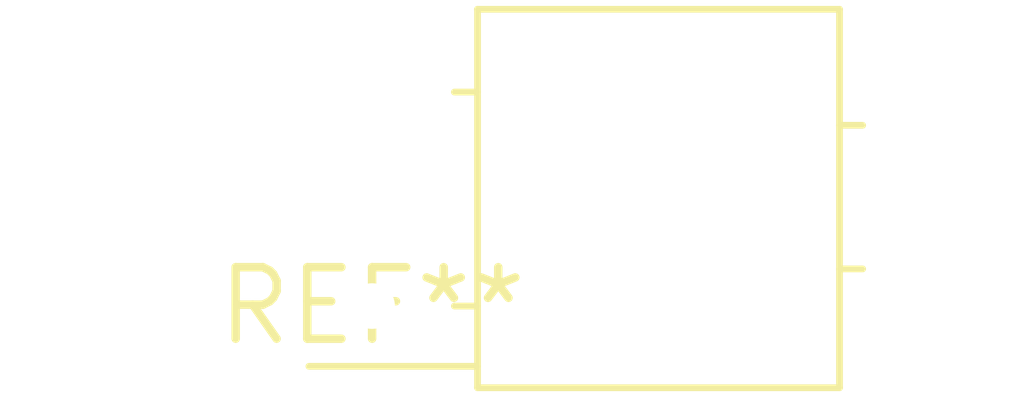
<source format=kicad_pcb>
(kicad_pcb (version 20240108) (generator pcbnew)
  (layers (0 "F.Cu" signal) (31 "B.Cu" signal) (34 "B.Paste" user) (35 "F.Paste" user) (36 "B.SilkS" user "B.Silkscreen") (37 "F.SilkS" user "F.Silkscreen") (38 "B.Mask" user) (39 "F.Mask" user) (44 "Edge.Cuts" user))
  (net 0 "")
  (footprint "Luna_NSL-32" (layer "F.Cu") (at 0 0)
    (property "Reference" "REF**")
    (property "Value" "Luna_NSL-32")
    (fp_line (start -1.12 1.07) (end 1.87 1.07) (layer "F.SilkS") (stroke (width 0.12)))
    (fp_line (start 1.46 -3.8) (end 1.87 -3.8) (layer "F.SilkS") (stroke (width 0.12)))
    (fp_line (start 1.46 0) (end 1.87 0) (layer "F.SilkS") (stroke (width 0.12)))
    (fp_line (start 1.87 -5.27) (end 8.29 -5.27) (layer "F.SilkS") (stroke (width 0.12)))
    (fp_line (start 1.87 1.45) (end 1.87 -5.27) (layer "F.SilkS") (stroke (width 0.12)))
    (fp_line (start 8.29 -5.27) (end 8.29 1.45) (layer "F.SilkS") (stroke (width 0.12)))
    (fp_line (start 8.29 -3.21) (end 8.7 -3.21) (layer "F.SilkS") (stroke (width 0.12)))
    (fp_line (start 8.29 -0.66) (end 8.7 -0.66) (layer "F.SilkS") (stroke (width 0.12)))
    (fp_line (start 8.29 1.45) (end 1.87 1.45) (layer "F.SilkS") (stroke (width 0.12)))
    (pad "1" thru_hole roundrect (at 0 0) (size 2.29 1.57) (drill 0.81) (layers *.Cu *.Mask) (remove_unused_layers) (roundrect_rratio 0.159))
    (pad "2" thru_hole oval (at 0 -3.81) (size 2.29 1.57) (drill 0.81) (layers *.Cu *.Mask) (remove_unused_layers))
    (pad "3" thru_hole oval (at 10.16 -3.17) (size 2.29 1.57) (drill 0.81) (layers *.Cu *.Mask) (remove_unused_layers))
    (pad "4" thru_hole oval (at 10.16 -0.64) (size 2.29 1.57) (drill 0.81) (layers *.Cu *.Mask) (remove_unused_layers))
  )
)
</source>
